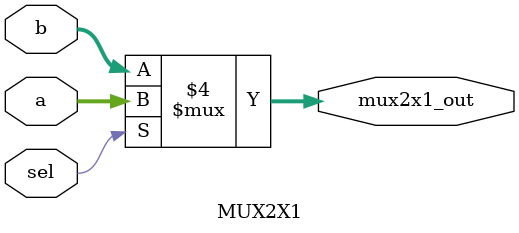
<source format=v>
`timescale 1ns / 1ps
module MUX2X1#(parameter data_in_width = 16)(a,b,sel,mux2x1_out);
input [data_in_width-1:0] a,b;
input sel;
output reg [data_in_width-1:0] mux2x1_out;

always@(a or b or sel) begin
	if (sel == 1)
		mux2x1_out <= a;
	else
		mux2x1_out <= b;
end

endmodule

</source>
